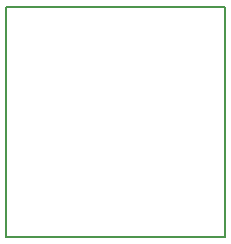
<source format=gbr>
G04 #@! TF.GenerationSoftware,KiCad,Pcbnew,(5.1.0)-1*
G04 #@! TF.CreationDate,2019-06-28T09:21:03+02:00*
G04 #@! TF.ProjectId,Drop,44726f70-2e6b-4696-9361-645f70636258,rev?*
G04 #@! TF.SameCoordinates,Original*
G04 #@! TF.FileFunction,Profile,NP*
%FSLAX46Y46*%
G04 Gerber Fmt 4.6, Leading zero omitted, Abs format (unit mm)*
G04 Created by KiCad (PCBNEW (5.1.0)-1) date 2019-06-28 09:21:03*
%MOMM*%
%LPD*%
G04 APERTURE LIST*
%ADD10C,0.150000*%
G04 APERTURE END LIST*
D10*
X129500000Y-73000000D02*
X129500000Y-53500000D01*
X148000000Y-73000000D02*
X129500000Y-73000000D01*
X148000000Y-53500000D02*
X148000000Y-73000000D01*
X129500000Y-53500000D02*
X148000000Y-53500000D01*
M02*

</source>
